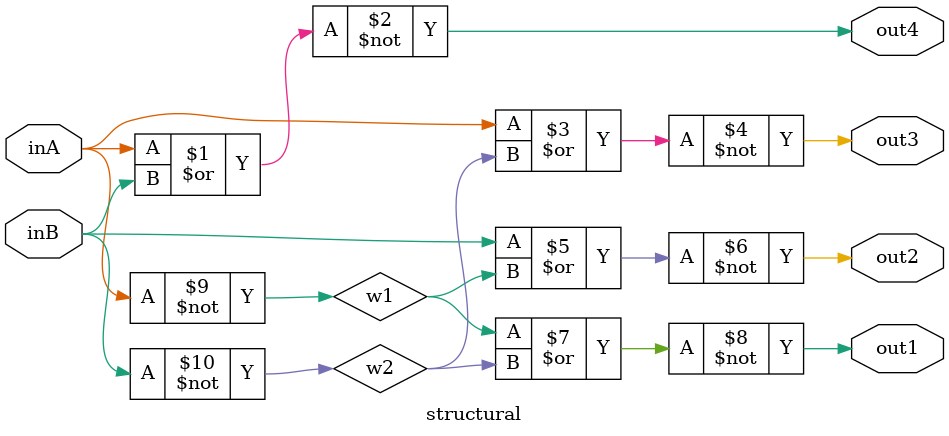
<source format=v>
module structural(output out1, out2, out3, out4, input inA, inB);

   wire w1, w2;
   
   not (w1, inA);
   nor (out4, inA, inB);
   not (w2, inB);
   nor (out3, inA, w2); 
   nor (out2, inB, w1);
   nor (out1, w1, w2); 
   
endmodule


</source>
